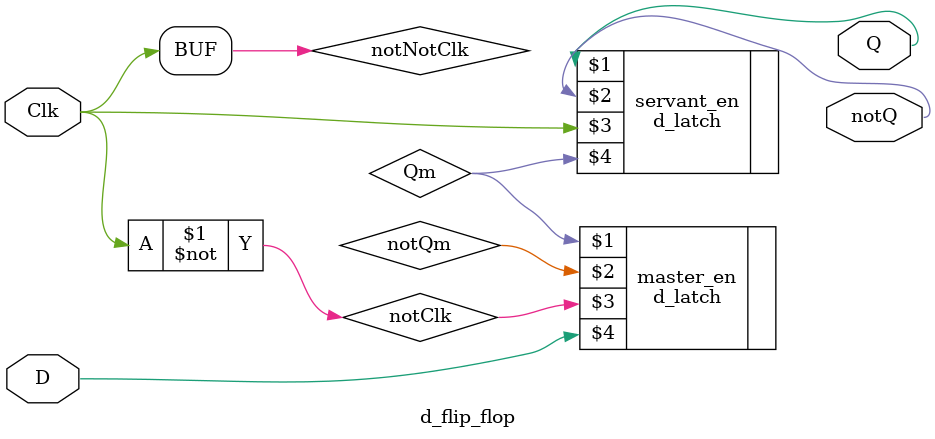
<source format=v>
`timescale 1ns/ 1ps //the delay unit is 1ns
`default_nettype none

module d_flip_flop(Q, notQ, Clk, D);

//declare all ports

output wire Q, notQ; //outputs of slave latch

input wire Clk, D;

/*intermediate nets*/

wire notClk, NotClk, notNotClk;

wire Qm;//output of master latch

//notQm is used in instantiation
//but left unconnected
wire notQm;

//instatiate the NOT gates, adds 2ns delay

not not0(notClk,Clk);
not not1(notNotClk,notClk);

d_latch master_en(Qm,notQm,notClk,D);

d_latch servant_en(Q,notQ,notNotClk,Qm);


// instatiate d latches

endmodule
</source>
